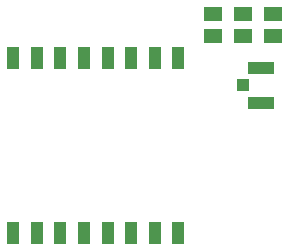
<source format=gbr>
G04 EAGLE Gerber RS-274X export*
G75*
%MOMM*%
%FSLAX34Y34*%
%LPD*%
%INSolderpaste Top*%
%IPPOS*%
%AMOC8*
5,1,8,0,0,1.08239X$1,22.5*%
G01*
%ADD10R,1.050000X1.000000*%
%ADD11R,2.200000X1.050000*%
%ADD12R,1.050000X1.950000*%
%ADD13R,1.500000X1.300000*%


D10*
X670550Y190500D03*
D11*
X685800Y205250D03*
X685800Y175750D03*
D12*
X476100Y65700D03*
X496100Y65700D03*
X516100Y65700D03*
X536100Y65700D03*
X556100Y65700D03*
X576100Y65700D03*
X596100Y65700D03*
X616100Y65700D03*
X616100Y213700D03*
X596100Y213700D03*
X576100Y213700D03*
X556100Y213700D03*
X536100Y213700D03*
X516100Y213700D03*
X496100Y213700D03*
X476100Y213700D03*
D13*
X695960Y250800D03*
X695960Y231800D03*
X645160Y250800D03*
X645160Y231800D03*
X670560Y250800D03*
X670560Y231800D03*
M02*

</source>
